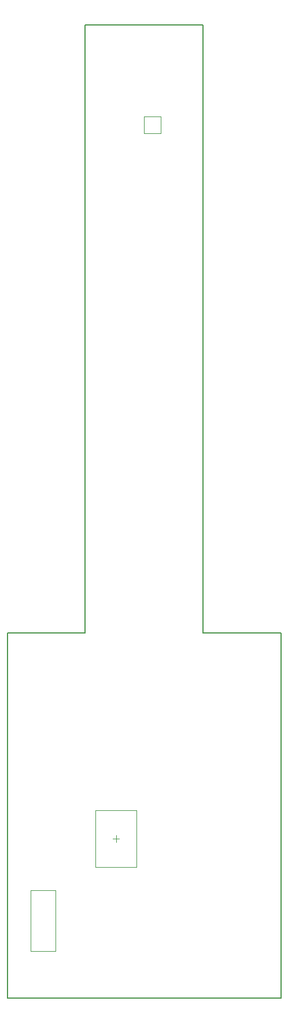
<source format=gbr>
%TF.GenerationSoftware,Altium Limited,Altium Designer,19.1.5 (86)*%
G04 Layer_Color=32768*
%FSLAX26Y26*%
%MOIN*%
%TF.FileFunction,Other,Mechanical_15*%
%TF.Part,Single*%
G01*
G75*
%TA.AperFunction,NonConductor*%
%ADD47C,0.003937*%
%ADD50C,0.007874*%
%ADD79C,0.001968*%
D47*
X3855315Y2190000D02*
X3894685D01*
X3875000Y2170315D02*
Y2209685D01*
X3525866Y1544134D02*
Y1894527D01*
X3384134D02*
X3525866D01*
X3384134Y1544134D02*
Y1894527D01*
Y1544134D02*
X3525866D01*
D50*
X3694997Y6870000D02*
X4374999D01*
X3250000Y1275000D02*
X4825000D01*
X3250000D02*
Y3375000D01*
X4825000Y1275000D02*
Y3375000D01*
X4375000D02*
Y3420000D01*
X3696960Y3375000D02*
Y3426960D01*
X4375000Y3375000D02*
X4825000D01*
X3250000D02*
X3696960D01*
X3694997Y6870000D02*
X3696960Y3426960D01*
X4374999Y6870000D02*
X4375000Y3420000D01*
D79*
X3756890Y2026614D02*
Y2353386D01*
X3993110Y2026614D02*
Y2353386D01*
X3756890Y2026614D02*
X3993110D01*
X3756890Y2353386D02*
X3993110D01*
X4037480Y6247520D02*
X4132756D01*
X4037480D02*
Y6342795D01*
X4132756D01*
Y6247520D02*
Y6342795D01*
%TF.MD5,05ec8fb2fa81ed594d72e4ca54c0027a*%
M02*

</source>
